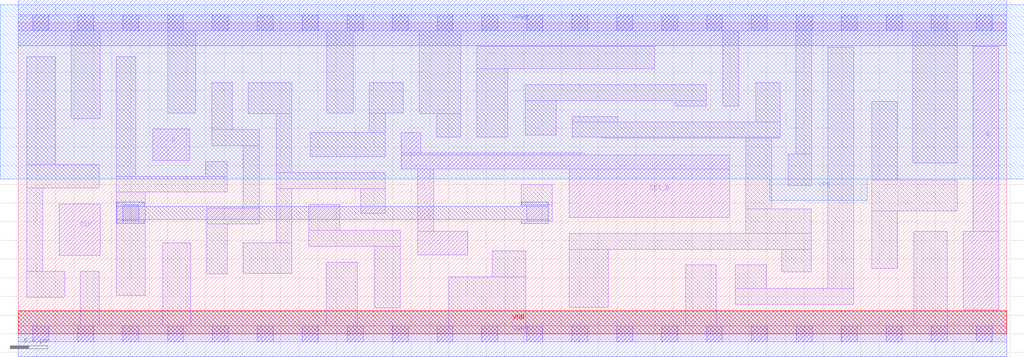
<source format=lef>
# Copyright 2020 The SkyWater PDK Authors
#
# Licensed under the Apache License, Version 2.0 (the "License");
# you may not use this file except in compliance with the License.
# You may obtain a copy of the License at
#
#     https://www.apache.org/licenses/LICENSE-2.0
#
# Unless required by applicable law or agreed to in writing, software
# distributed under the License is distributed on an "AS IS" BASIS,
# WITHOUT WARRANTIES OR CONDITIONS OF ANY KIND, either express or implied.
# See the License for the specific language governing permissions and
# limitations under the License.
#
# SPDX-License-Identifier: Apache-2.0

VERSION 5.7 ;
  NOWIREEXTENSIONATPIN ON ;
  DIVIDERCHAR "/" ;
  BUSBITCHARS "[]" ;
MACRO sky130_fd_sc_lp__dfstp_1
  CLASS CORE ;
  FOREIGN sky130_fd_sc_lp__dfstp_1 ;
  ORIGIN  0.000000  0.000000 ;
  SIZE  10.56000 BY  3.330000 ;
  SYMMETRY X Y R90 ;
  SITE unit ;
  PIN D
    ANTENNAGATEAREA  0.126000 ;
    DIRECTION INPUT ;
    USE SIGNAL ;
    PORT
      LAYER li1 ;
        RECT 1.435000 1.855000 1.835000 2.190000 ;
    END
  END D
  PIN Q
    ANTENNADIFFAREA  0.556500 ;
    DIRECTION OUTPUT ;
    USE SIGNAL ;
    PORT
      LAYER li1 ;
        RECT 10.095000 0.255000 10.475000 1.095000 ;
        RECT 10.205000 1.095000 10.475000 3.075000 ;
    END
  END Q
  PIN SET_B
    ANTENNAGATEAREA  0.252000 ;
    DIRECTION INPUT ;
    USE SIGNAL ;
    PORT
      LAYER li1 ;
        RECT 4.090000 1.765000 7.605000 1.915000 ;
        RECT 4.090000 1.915000 6.055000 1.935000 ;
        RECT 4.090000 1.935000 4.300000 2.155000 ;
        RECT 4.270000 0.845000 4.805000 1.095000 ;
        RECT 4.270000 1.095000 4.440000 1.765000 ;
        RECT 5.885000 1.245000 7.605000 1.765000 ;
    END
  END SET_B
  PIN CLK
    ANTENNAGATEAREA  0.159000 ;
    DIRECTION INPUT ;
    USE CLOCK ;
    PORT
      LAYER li1 ;
        RECT 0.440000 0.840000 0.875000 1.390000 ;
    END
  END CLK
  PIN VGND
    DIRECTION INOUT ;
    USE GROUND ;
    PORT
      LAYER met1 ;
        RECT 0.000000 -0.245000 10.560000 0.245000 ;
    END
  END VGND
  PIN VNB
    DIRECTION INOUT ;
    USE GROUND ;
    PORT
      LAYER pwell ;
        RECT 0.000000 0.000000 10.560000 0.245000 ;
    END
  END VNB
  PIN VPB
    DIRECTION INOUT ;
    USE POWER ;
    PORT
      LAYER nwell ;
        RECT -0.190000 1.655000 10.750000 3.520000 ;
        RECT  8.030000 1.425000  9.070000 1.655000 ;
    END
  END VPB
  PIN VPWR
    DIRECTION INOUT ;
    USE POWER ;
    PORT
      LAYER met1 ;
        RECT 0.000000 3.085000 10.560000 3.575000 ;
    END
  END VPWR
  OBS
    LAYER li1 ;
      RECT 0.000000 -0.085000 10.560000 0.085000 ;
      RECT 0.000000  3.245000 10.560000 3.415000 ;
      RECT 0.090000  0.390000  0.495000 0.670000 ;
      RECT 0.090000  0.670000  0.260000 1.560000 ;
      RECT 0.090000  1.560000  0.865000 1.810000 ;
      RECT 0.090000  1.810000  0.395000 2.965000 ;
      RECT 0.565000  2.305000  0.875000 3.245000 ;
      RECT 0.665000  0.085000  0.865000 0.670000 ;
      RECT 1.045000  0.410000  1.355000 1.515000 ;
      RECT 1.045000  1.515000  2.235000 1.685000 ;
      RECT 1.045000  1.685000  1.255000 2.965000 ;
      RECT 1.545000  0.085000  1.845000 0.970000 ;
      RECT 1.595000  2.360000  1.895000 3.245000 ;
      RECT 2.005000  1.685000  2.235000 1.845000 ;
      RECT 2.015000  0.640000  2.235000 1.175000 ;
      RECT 2.015000  1.175000  2.575000 1.345000 ;
      RECT 2.065000  2.015000  2.575000 2.185000 ;
      RECT 2.065000  2.185000  2.285000 2.690000 ;
      RECT 2.405000  0.645000  2.925000 0.975000 ;
      RECT 2.405000  1.345000  2.575000 2.015000 ;
      RECT 2.455000  2.355000  2.925000 2.685000 ;
      RECT 2.755000  0.975000  2.925000 1.555000 ;
      RECT 2.755000  1.555000  3.920000 1.725000 ;
      RECT 2.755000  1.725000  2.925000 2.355000 ;
      RECT 3.105000  0.935000  4.080000 1.105000 ;
      RECT 3.105000  1.105000  3.435000 1.385000 ;
      RECT 3.120000  1.895000  3.920000 2.155000 ;
      RECT 3.290000  0.085000  3.620000 0.765000 ;
      RECT 3.295000  2.360000  3.580000 3.245000 ;
      RECT 3.660000  1.285000  3.920000 1.555000 ;
      RECT 3.750000  2.155000  3.920000 2.360000 ;
      RECT 3.750000  2.360000  4.115000 2.690000 ;
      RECT 3.810000  0.280000  4.080000 0.935000 ;
      RECT 4.285000  2.355000  4.730000 3.245000 ;
      RECT 4.470000  2.105000  4.730000 2.355000 ;
      RECT 4.600000  0.085000  5.425000 0.610000 ;
      RECT 4.900000  2.105000  5.230000 2.835000 ;
      RECT 4.900000  2.835000  6.800000 3.075000 ;
      RECT 5.065000  0.610000  5.425000 0.885000 ;
      RECT 5.375000  1.380000  5.705000 1.595000 ;
      RECT 5.420000  2.125000  5.750000 2.495000 ;
      RECT 5.420000  2.495000  7.350000 2.665000 ;
      RECT 5.435000  1.210000  5.705000 1.380000 ;
      RECT 5.885000  0.285000  6.305000 0.905000 ;
      RECT 5.885000  0.905000  8.475000 1.075000 ;
      RECT 5.920000  2.105000  8.140000 2.265000 ;
      RECT 5.920000  2.265000  6.405000 2.325000 ;
      RECT 6.235000  2.095000  8.140000 2.105000 ;
      RECT 7.020000  2.435000  7.350000 2.495000 ;
      RECT 7.130000  0.085000  7.460000 0.735000 ;
      RECT 7.530000  2.435000  7.700000 3.245000 ;
      RECT 7.660000  0.315000  8.930000 0.485000 ;
      RECT 7.660000  0.485000  7.990000 0.735000 ;
      RECT 7.775000  1.075000  8.475000 1.335000 ;
      RECT 7.775000  1.335000  8.050000 2.095000 ;
      RECT 7.880000  2.265000  8.140000 2.690000 ;
      RECT 8.160000  0.665000  8.475000 0.905000 ;
      RECT 8.230000  1.585000  8.480000 1.925000 ;
      RECT 8.310000  1.925000  8.480000 3.245000 ;
      RECT 8.650000  0.485000  8.930000 3.065000 ;
      RECT 9.120000  0.700000  9.390000 1.315000 ;
      RECT 9.120000  1.315000 10.035000 1.645000 ;
      RECT 9.120000  1.645000  9.390000 2.485000 ;
      RECT 9.560000  1.825000 10.035000 3.245000 ;
      RECT 9.570000  0.085000  9.925000 1.095000 ;
    LAYER mcon ;
      RECT  0.155000 -0.085000  0.325000 0.085000 ;
      RECT  0.155000  3.245000  0.325000 3.415000 ;
      RECT  0.635000 -0.085000  0.805000 0.085000 ;
      RECT  0.635000  3.245000  0.805000 3.415000 ;
      RECT  1.115000 -0.085000  1.285000 0.085000 ;
      RECT  1.115000  1.210000  1.285000 1.380000 ;
      RECT  1.115000  3.245000  1.285000 3.415000 ;
      RECT  1.595000 -0.085000  1.765000 0.085000 ;
      RECT  1.595000  3.245000  1.765000 3.415000 ;
      RECT  2.075000 -0.085000  2.245000 0.085000 ;
      RECT  2.075000  3.245000  2.245000 3.415000 ;
      RECT  2.555000 -0.085000  2.725000 0.085000 ;
      RECT  2.555000  3.245000  2.725000 3.415000 ;
      RECT  3.035000 -0.085000  3.205000 0.085000 ;
      RECT  3.035000  3.245000  3.205000 3.415000 ;
      RECT  3.515000 -0.085000  3.685000 0.085000 ;
      RECT  3.515000  3.245000  3.685000 3.415000 ;
      RECT  3.995000 -0.085000  4.165000 0.085000 ;
      RECT  3.995000  3.245000  4.165000 3.415000 ;
      RECT  4.475000 -0.085000  4.645000 0.085000 ;
      RECT  4.475000  3.245000  4.645000 3.415000 ;
      RECT  4.955000 -0.085000  5.125000 0.085000 ;
      RECT  4.955000  3.245000  5.125000 3.415000 ;
      RECT  5.435000 -0.085000  5.605000 0.085000 ;
      RECT  5.435000  3.245000  5.605000 3.415000 ;
      RECT  5.915000 -0.085000  6.085000 0.085000 ;
      RECT  5.915000  3.245000  6.085000 3.415000 ;
      RECT  6.395000 -0.085000  6.565000 0.085000 ;
      RECT  6.395000  3.245000  6.565000 3.415000 ;
      RECT  6.875000 -0.085000  7.045000 0.085000 ;
      RECT  6.875000  3.245000  7.045000 3.415000 ;
      RECT  7.355000 -0.085000  7.525000 0.085000 ;
      RECT  7.355000  3.245000  7.525000 3.415000 ;
      RECT  7.835000 -0.085000  8.005000 0.085000 ;
      RECT  7.835000  3.245000  8.005000 3.415000 ;
      RECT  8.315000 -0.085000  8.485000 0.085000 ;
      RECT  8.315000  3.245000  8.485000 3.415000 ;
      RECT  8.795000 -0.085000  8.965000 0.085000 ;
      RECT  8.795000  3.245000  8.965000 3.415000 ;
      RECT  9.275000 -0.085000  9.445000 0.085000 ;
      RECT  9.275000  3.245000  9.445000 3.415000 ;
      RECT  9.755000 -0.085000  9.925000 0.085000 ;
      RECT  9.755000  3.245000  9.925000 3.415000 ;
      RECT 10.235000 -0.085000 10.405000 0.085000 ;
      RECT 10.235000  3.245000 10.405000 3.415000 ;
    LAYER met1 ;
      RECT 1.055000 1.180000 1.345000 1.225000 ;
      RECT 1.055000 1.225000 5.665000 1.365000 ;
      RECT 1.055000 1.365000 1.345000 1.410000 ;
      RECT 5.375000 1.180000 5.665000 1.225000 ;
      RECT 5.375000 1.365000 5.665000 1.410000 ;
  END
END sky130_fd_sc_lp__dfstp_1
END LIBRARY

</source>
